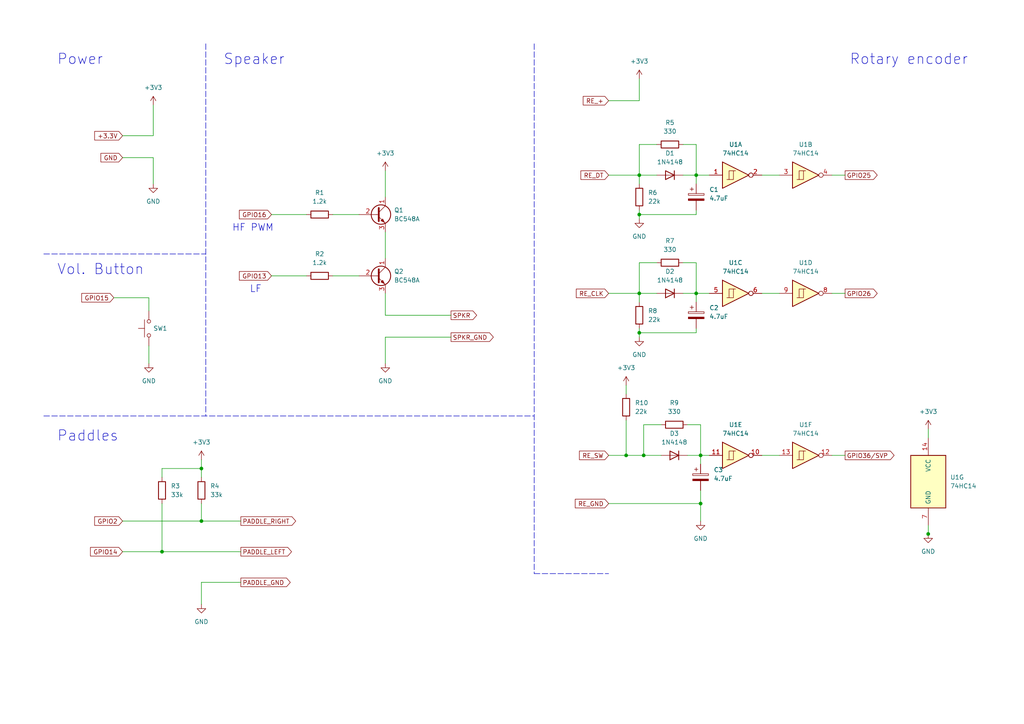
<source format=kicad_sch>
(kicad_sch (version 20211123) (generator eeschema)
  (paper "A4")
  (title_block (title "Externe Beschaltung des Mini-Morserinos") (date "2023-03-11") (rev "1.1") (comment 1 "Rotary Encoder (KY-040) Debounce Circuit Tutorial (ForceTronics)") (comment 2 "Debouncing nach https://www.youtube.com/watch?v=iwyARHUbvNI") (comment 3 "Dirk Baechle (dl9obn@darc.de)"))
  (lib_symbols
    (symbol "74xx:74HC14" (pin_names (offset 1.016))
      (property "Reference" "U" (at 0 1.27 0))
      (property "Value" "74HC14" (at 0 -1.27 0))
      (symbol "74HC14_1_0"
        (polyline (pts (xy -3.81 3.81) (xy -3.81 -3.81) (xy 3.81 0) (xy -3.81 3.81)) (stroke (width 0.254)) (fill (type background)))
        (pin input line (at -7.62 0 0) (length 3.81) (name "~") (number "1"))
        (pin output inverted (at 7.62 0 180) (length 3.81) (name "~") (number "2"))
      )
      (symbol "74HC14_1_1"
        (polyline (pts (xy -1.905 -1.27) (xy -1.905 1.27) (xy -0.635 1.27)))
        (polyline (pts (xy -2.54 -1.27) (xy -0.635 -1.27) (xy -0.635 1.27) (xy 0 1.27)))
      )
      (symbol "74HC14_2_0"
        (polyline (pts (xy -3.81 3.81) (xy -3.81 -3.81) (xy 3.81 0) (xy -3.81 3.81)) (stroke (width 0.254)) (fill (type background)))
        (pin input line (at -7.62 0 0) (length 3.81) (name "~") (number "3"))
        (pin output inverted (at 7.62 0 180) (length 3.81) (name "~") (number "4"))
      )
      (symbol "74HC14_2_1"
        (polyline (pts (xy -1.905 -1.27) (xy -1.905 1.27) (xy -0.635 1.27)))
        (polyline (pts (xy -2.54 -1.27) (xy -0.635 -1.27) (xy -0.635 1.27) (xy 0 1.27)))
      )
      (symbol "74HC14_3_0"
        (polyline (pts (xy -3.81 3.81) (xy -3.81 -3.81) (xy 3.81 0) (xy -3.81 3.81)) (stroke (width 0.254)) (fill (type background)))
        (pin input line (at -7.62 0 0) (length 3.81) (name "~") (number "5"))
        (pin output inverted (at 7.62 0 180) (length 3.81) (name "~") (number "6"))
      )
      (symbol "74HC14_3_1"
        (polyline (pts (xy -1.905 -1.27) (xy -1.905 1.27) (xy -0.635 1.27)))
        (polyline (pts (xy -2.54 -1.27) (xy -0.635 -1.27) (xy -0.635 1.27) (xy 0 1.27)))
      )
      (symbol "74HC14_4_0"
        (polyline (pts (xy -3.81 3.81) (xy -3.81 -3.81) (xy 3.81 0) (xy -3.81 3.81)) (stroke (width 0.254)) (fill (type background)))
        (pin output inverted (at 7.62 0 180) (length 3.81) (name "~") (number "8"))
        (pin input line (at -7.62 0 0) (length 3.81) (name "~") (number "9"))
      )
      (symbol "74HC14_4_1"
        (polyline (pts (xy -1.905 -1.27) (xy -1.905 1.27) (xy -0.635 1.27)))
        (polyline (pts (xy -2.54 -1.27) (xy -0.635 -1.27) (xy -0.635 1.27) (xy 0 1.27)))
      )
      (symbol "74HC14_5_0"
        (polyline (pts (xy -3.81 3.81) (xy -3.81 -3.81) (xy 3.81 0) (xy -3.81 3.81)) (stroke (width 0.254)) (fill (type background)))
        (pin output inverted (at 7.62 0 180) (length 3.81) (name "~") (number "10"))
        (pin input line (at -7.62 0 0) (length 3.81) (name "~") (number "11"))
      )
      (symbol "74HC14_5_1"
        (polyline (pts (xy -1.905 -1.27) (xy -1.905 1.27) (xy -0.635 1.27)))
        (polyline (pts (xy -2.54 -1.27) (xy -0.635 -1.27) (xy -0.635 1.27) (xy 0 1.27)))
      )
      (symbol "74HC14_6_0"
        (polyline (pts (xy -3.81 3.81) (xy -3.81 -3.81) (xy 3.81 0) (xy -3.81 3.81)) (stroke (width 0.254)) (fill (type background)))
        (pin output inverted (at 7.62 0 180) (length 3.81) (name "~") (number "12"))
        (pin input line (at -7.62 0 0) (length 3.81) (name "~") (number "13"))
      )
      (symbol "74HC14_6_1"
        (polyline (pts (xy -1.905 -1.27) (xy -1.905 1.27) (xy -0.635 1.27)))
        (polyline (pts (xy -2.54 -1.27) (xy -0.635 -1.27) (xy -0.635 1.27) (xy 0 1.27)))
      )
      (symbol "74HC14_7_0"
        (pin power_in line (at 0 12.7 270) (length 5.08) (name "VCC") (number "14"))
        (pin power_in line (at 0 -12.7 90) (length 5.08) (name "GND") (number "7"))
      )
      (symbol "74HC14_7_1"
        (rectangle (start -5.08 7.62) (end 5.08 -7.62) (stroke (width 0.254)) (fill (type background)))
      )
    )
    (symbol "Device:C_Polarized" (pin_numbers hide) (pin_names (offset 0.254))
      (property "Reference" "C" (at 0.635 2.54 0))
      (property "Value" "C_Polarized" (at 0.635 -2.54 0))
      (symbol "C_Polarized_0_1"
        (rectangle (start -2.286 0.508) (end 2.286 1.016))
        (polyline (pts (xy -1.778 2.286) (xy -0.762 2.286)))
        (polyline (pts (xy -1.27 2.794) (xy -1.27 1.778)))
        (rectangle (start 2.286 -0.508) (end -2.286 -1.016) (fill (type outline)))
      )
      (symbol "C_Polarized_1_1"
        (pin passive line (at 0 3.81 270) (length 2.794) (name "~") (number "1"))
        (pin passive line (at 0 -3.81 90) (length 2.794) (name "~") (number "2"))
      )
    )
    (symbol "Device:R" (pin_numbers hide) (pin_names (offset 0))
      (property "Reference" "R" (at 2.032 0 90))
      (property "Value" "R" (at 0 0 90))
      (symbol "R_0_1"
        (rectangle (start -1.016 -2.54) (end 1.016 2.54) (stroke (width 0.254)))
      )
      (symbol "R_1_1"
        (pin passive line (at 0 3.81 270) (length 1.27) (name "~") (number "1"))
        (pin passive line (at 0 -3.81 90) (length 1.27) (name "~") (number "2"))
      )
    )
    (symbol "Diode:1N4148" (pin_numbers hide) (pin_names (offset 1.016) hide)
      (property "Reference" "D" (at 0 2.54 0))
      (property "Value" "1N4148" (at 0 -2.54 0))
      (symbol "1N4148_0_1"
        (polyline (pts (xy -1.27 1.27) (xy -1.27 -1.27)) (stroke (width 0.254)))
        (polyline (pts (xy 1.27 0) (xy -1.27 0)))
        (polyline (pts (xy 1.27 1.27) (xy 1.27 -1.27) (xy -1.27 0) (xy 1.27 1.27)) (stroke (width 0.254)))
      )
      (symbol "1N4148_1_1"
        (pin passive line (at -3.81 0 0) (length 2.54) (name "K") (number "1"))
        (pin passive line (at 3.81 0 180) (length 2.54) (name "A") (number "2"))
      )
    )
    (symbol "Switch:SW_Push" (pin_numbers hide) (pin_names (offset 1.016) hide)
      (property "Reference" "SW" (at 1.27 2.54 0))
      (property "Value" "SW_Push" (at 0 -1.524 0))
      (symbol "SW_Push_0_1"
        (circle (center -2.032 0) (radius 0.508))
        (polyline (pts (xy 0 1.27) (xy 0 3.048)))
        (polyline (pts (xy 2.54 1.27) (xy -2.54 1.27)))
        (circle (center 2.032 0) (radius 0.508))
        (pin passive line (at -5.08 0 0) (length 2.54) (name "1") (number "1"))
        (pin passive line (at 5.08 0 180) (length 2.54) (name "2") (number "2"))
      )
    )
    (symbol "Transistor_BJT:BC548" (pin_names (offset 0) hide)
      (property "Reference" "Q" (at 5.08 1.905 0))
      (property "Value" "BC548" (at 5.08 0 0))
      (symbol "BC548_0_1"
        (polyline (pts (xy 0 0) (xy 0.635 0)))
        (polyline (pts (xy 0.635 0.635) (xy 2.54 2.54)))
        (polyline (pts (xy 0.635 -0.635) (xy 2.54 -2.54) (xy 2.54 -2.54)))
        (polyline (pts (xy 0.635 1.905) (xy 0.635 -1.905) (xy 0.635 -1.905)) (stroke (width 0.508)))
        (polyline (pts (xy 1.27 -1.778) (xy 1.778 -1.27) (xy 2.286 -2.286) (xy 1.27 -1.778) (xy 1.27 -1.778)) (fill (type outline)))
        (circle (center 1.27 0) (radius 2.8194) (stroke (width 0.254)))
      )
      (symbol "BC548_1_1"
        (pin passive line (at 2.54 5.08 270) (length 2.54) (name "C") (number "1"))
        (pin input line (at -5.08 0 0) (length 5.08) (name "B") (number "2"))
        (pin passive line (at 2.54 -5.08 90) (length 2.54) (name "E") (number "3"))
      )
    )
    (symbol "power:+3.3V" (power) (pin_names (offset 0))
      (property "Value" "+3.3V" (at 0 3.556 0))
      (symbol "+3.3V_0_1"
        (polyline (pts (xy -0.762 1.27) (xy 0 2.54)))
        (polyline (pts (xy 0 0) (xy 0 2.54)))
        (polyline (pts (xy 0 2.54) (xy 0.762 1.27)))
      )
      (symbol "+3.3V_1_1"
        (pin power_in line (at 0 0 90) (length 0) hide (name "+3V3") (number "1"))
      )
    )
    (symbol "power:GND" (power) (pin_names (offset 0))
      (property "Value" "GND" (at 0 -3.81 0))
      (symbol "GND_0_1"
        (polyline (pts (xy 0 0) (xy 0 -1.27) (xy 1.27 -1.27) (xy 0 -2.54) (xy -1.27 -1.27) (xy 0 -1.27)))
      )
      (symbol "GND_1_1"
        (pin power_in line (at 0 0 270) (length 0) hide (name "GND") (number "1"))
      )
    )
  )
  (junction (at 185.42 85.09))
  (junction (at 201.93 85.09))
  (junction (at 185.42 50.8))
  (junction (at 186.69 132.08))
  (junction (at 58.42 135.89))
  (junction (at 185.42 96.52))
  (junction (at 203.2 146.05))
  (junction (at 185.42 62.23))
  (junction (at 203.2 132.08))
  (junction (at 58.42 151.13))
  (junction (at 181.61 132.08))
  (junction (at 201.93 50.8))
  (junction (at 269.2162 154.8725))
  (junction (at 46.99 160.02))
  (wire (pts (xy 181.61 121.92) (xy 181.61 132.08)))
  (wire (pts (xy 96.52 80.01) (xy 104.14 80.01)))
  (wire (pts (xy 198.12 50.8) (xy 201.93 50.8)))
  (polyline (pts (xy 154.94 12.7) (xy 154.94 166.37)))
  (wire (pts (xy 111.76 67.31) (xy 111.76 74.93)))
  (wire (pts (xy 220.98 132.08) (xy 226.06 132.08)))
  (wire (pts (xy 176.53 50.8) (xy 185.42 50.8)))
  (wire (pts (xy 43.18 100.33) (xy 43.18 105.41)))
  (wire (pts (xy 111.76 85.09) (xy 111.76 91.44)))
  (wire (pts (xy 199.39 132.08) (xy 203.2 132.08)))
  (wire (pts (xy 186.69 123.19) (xy 186.69 132.08)))
  (wire (pts (xy 58.42 133.35) (xy 58.42 135.89)))
  (wire (pts (xy 46.99 146.05) (xy 46.99 160.02)))
  (wire (pts (xy 43.18 86.36) (xy 43.18 90.17)))
  (wire (pts (xy 185.42 87.63) (xy 185.42 85.09)))
  (wire (pts (xy 58.42 146.05) (xy 58.42 151.13)))
  (wire (pts (xy 96.52 62.23) (xy 104.14 62.23)))
  (wire (pts (xy 220.98 85.09) (xy 226.06 85.09)))
  (wire (pts (xy 111.76 91.44) (xy 130.81 91.44)))
  (wire (pts (xy 46.99 160.02) (xy 69.85 160.02)))
  (wire (pts (xy 58.42 135.89) (xy 58.42 138.43)))
  (wire (pts (xy 203.2 123.19) (xy 199.39 123.19)))
  (wire (pts (xy 241.3 50.8) (xy 245.11 50.8)))
  (wire (pts (xy 185.42 62.23) (xy 185.42 63.5)))
  (wire (pts (xy 220.98 50.8) (xy 226.06 50.8)))
  (wire (pts (xy 241.3 85.09) (xy 245.11 85.09)))
  (polyline (pts (xy 12.7 73.66) (xy 59.69 73.66)))
  (wire (pts (xy 201.93 96.52) (xy 185.42 96.52)))
  (wire (pts (xy 185.42 29.21) (xy 176.53 29.21)))
  (wire (pts (xy 176.53 146.05) (xy 203.2 146.05)))
  (wire (pts (xy 190.5 76.2) (xy 185.42 76.2)))
  (wire (pts (xy 185.42 85.09) (xy 190.5 85.09)))
  (wire (pts (xy 201.93 41.91) (xy 201.93 50.8)))
  (wire (pts (xy 181.61 132.08) (xy 186.69 132.08)))
  (wire (pts (xy 203.2 132.08) (xy 203.2 123.19)))
  (wire (pts (xy 176.53 132.08) (xy 181.61 132.08)))
  (wire (pts (xy 201.93 50.8) (xy 205.74 50.8)))
  (wire (pts (xy 181.61 111.76) (xy 181.61 114.3)))
  (wire (pts (xy 201.93 95.25) (xy 201.93 96.52)))
  (polyline (pts (xy 154.94 166.37) (xy 176.53 166.37)))
  (wire (pts (xy 176.53 85.09) (xy 185.42 85.09)))
  (wire (pts (xy 191.77 123.19) (xy 186.69 123.19)))
  (wire (pts (xy 203.2 132.08) (xy 203.2 134.62)))
  (wire (pts (xy 201.93 62.23) (xy 185.42 62.23)))
  (wire (pts (xy 201.93 60.96) (xy 201.93 62.23)))
  (wire (pts (xy 201.93 85.09) (xy 201.93 87.63)))
  (wire (pts (xy 186.69 132.08) (xy 191.77 132.08)))
  (wire (pts (xy 46.99 138.43) (xy 46.99 135.89)))
  (wire (pts (xy 269.24 152.4) (xy 269.24 154.94)))
  (wire (pts (xy 185.42 60.96) (xy 185.42 62.23)))
  (wire (pts (xy 185.42 22.86) (xy 185.42 29.21)))
  (wire (pts (xy 69.85 168.91) (xy 58.42 168.91)))
  (wire (pts (xy 201.93 85.09) (xy 205.74 85.09)))
  (wire (pts (xy 33.02 86.36) (xy 43.18 86.36)))
  (wire (pts (xy 111.76 105.41) (xy 111.76 97.79)))
  (wire (pts (xy 241.3 132.08) (xy 245.11 132.08)))
  (wire (pts (xy 203.2 142.24) (xy 203.2 146.05)))
  (wire (pts (xy 203.2 146.05) (xy 203.2 151.13)))
  (wire (pts (xy 44.45 39.37) (xy 35.56 39.37)))
  (wire (pts (xy 201.93 85.09) (xy 201.93 76.2)))
  (wire (pts (xy 46.99 135.89) (xy 58.42 135.89)))
  (wire (pts (xy 201.93 76.2) (xy 198.12 76.2)))
  (wire (pts (xy 198.12 85.09) (xy 201.93 85.09)))
  (wire (pts (xy 58.42 151.13) (xy 69.85 151.13)))
  (wire (pts (xy 185.42 95.25) (xy 185.42 96.52)))
  (wire (pts (xy 111.76 49.53) (xy 111.76 57.15)))
  (polyline (pts (xy 59.69 12.7) (xy 59.69 120.65)))
  (wire (pts (xy 111.76 97.79) (xy 130.81 97.79)))
  (polyline (pts (xy 12.7 120.65) (xy 154.94 120.65)))
  (wire (pts (xy 198.12 41.91) (xy 201.93 41.91)))
  (wire (pts (xy 201.93 50.8) (xy 201.93 53.34)))
  (wire (pts (xy 185.42 96.52) (xy 185.42 97.79)))
  (wire (pts (xy 185.42 50.8) (xy 185.42 41.91)))
  (wire (pts (xy 78.74 62.23) (xy 88.9 62.23)))
  (wire (pts (xy 35.56 160.02) (xy 46.99 160.02)))
  (wire (pts (xy 269.24 124.46) (xy 269.24 127)))
  (wire (pts (xy 185.42 50.8) (xy 190.5 50.8)))
  (wire (pts (xy 35.56 151.13) (xy 58.42 151.13)))
  (wire (pts (xy 44.45 45.72) (xy 35.56 45.72)))
  (wire (pts (xy 44.45 53.34) (xy 44.45 45.72)))
  (wire (pts (xy 185.42 41.91) (xy 190.5 41.91)))
  (wire (pts (xy 58.42 168.91) (xy 58.42 175.26)))
  (wire (pts (xy 185.42 53.34) (xy 185.42 50.8)))
  (wire (pts (xy 44.45 30.48) (xy 44.45 39.37)))
  (wire (pts (xy 78.74 80.01) (xy 88.9 80.01)))
  (wire (pts (xy 203.2 132.08) (xy 205.74 132.08)))
  (wire (pts (xy 185.42 76.2) (xy 185.42 85.09)))
  (text "Speaker" (at 64.77 19.05 0) (effects (font (size 3 3)) (justify left bottom)))
  (text "Rotary encoder" (at 246.38 19.05 0) (effects (font (size 3 3)) (justify left bottom)))
  (text "LF" (at 72.39 85.09 0) (effects (font (size 2 2)) (justify left bottom)))
  (text "HF PWM" (at 67.31 67.31 0) (effects (font (size 2 2)) (justify left bottom)))
  (text "Power" (at 16.51 19.05 0) (effects (font (size 3 3)) (justify left bottom)))
  (text "Vol. Button" (at 16.51 80.01 0) (effects (font (size 3 3)) (justify left bottom)))
  (text "Paddles" (at 16.51 128.27 0) (effects (font (size 3 3)) (justify left bottom)))
  (global_label "RE_CLK" (shape input) (at 176.53 85.09 180) (property "Intersheet References" "${INTERSHEET_REFS}" (effects hide)))
  (global_label "RE_GND" (shape input) (at 176.53 146.05 180) (property "Intersheet References" "${INTERSHEET_REFS}" (effects hide)))
  (global_label "PADDLE_RIGHT" (shape output) (at 69.85 151.13 0) (property "Intersheet References" "${INTERSHEET_REFS}" (effects hide)))
  (global_label "SPKR_GND" (shape output) (at 130.81 97.79 0) (property "Intersheet References" "${INTERSHEET_REFS}" (effects hide)))
  (global_label "PADDLE_LEFT" (shape output) (at 69.85 160.02 0) (property "Intersheet References" "${INTERSHEET_REFS}" (effects hide)))
  (global_label "GPIO16" (shape input) (at 78.74 62.23 180) (property "Intersheet References" "${INTERSHEET_REFS}" (effects hide)))
  (global_label "PADDLE_GND" (shape output) (at 69.85 168.91 0) (property "Intersheet References" "${INTERSHEET_REFS}" (effects hide)))
  (global_label "GPIO14" (shape input) (at 35.56 160.02 180) (property "Intersheet References" "${INTERSHEET_REFS}" (effects hide)))
  (global_label "GPIO26" (shape output) (at 245.11 85.09 0) (property "Intersheet References" "${INTERSHEET_REFS}" (effects hide)))
  (global_label "RE_SW" (shape input) (at 176.53 132.08 180) (property "Intersheet References" "${INTERSHEET_REFS}" (effects hide)))
  (global_label "GPIO25" (shape output) (at 245.11 50.8 0) (property "Intersheet References" "${INTERSHEET_REFS}" (effects hide)))
  (global_label "+3.3V" (shape input) (at 35.56 39.37 180) (property "Intersheet References" "${INTERSHEET_REFS}" (effects hide)))
  (global_label "SPKR" (shape output) (at 130.81 91.44 0) (property "Intersheet References" "${INTERSHEET_REFS}" (effects hide)))
  (global_label "RE_DT" (shape input) (at 176.53 50.8 180) (property "Intersheet References" "${INTERSHEET_REFS}" (effects hide)))
  (global_label "GPIO13" (shape input) (at 78.74 80.01 180) (property "Intersheet References" "${INTERSHEET_REFS}" (effects hide)))
  (global_label "GPIO2" (shape input) (at 35.56 151.13 180) (property "Intersheet References" "${INTERSHEET_REFS}" (effects hide)))
  (global_label "GPIO36{slash}SVP" (shape output) (at 245.11 132.08 0) (property "Intersheet References" "${INTERSHEET_REFS}" (effects hide)))
  (global_label "RE_+" (shape input) (at 176.53 29.21 180) (property "Intersheet References" "${INTERSHEET_REFS}" (effects hide)))
  (global_label "GPIO15" (shape input) (at 33.02 86.36 180) (property "Intersheet References" "${INTERSHEET_REFS}" (effects hide)))
  (global_label "GND" (shape input) (at 35.56 45.72 180) (property "Intersheet References" "${INTERSHEET_REFS}" (effects hide)))
  (symbol (lib_id "Diode:1N4148") (at 194.31 85.09 180) (unit 1)
    (property "Reference" "D2" (at 194.31 78.74 0))
    (property "Value" "1N4148" (at 194.31 81.28 0))
    (property "Footprint" "Diode_THT:D_DO-35_SOD27_P7.62mm_Horizontal" (effects hide))
    (property "Datasheet" "https://assets.nexperia.com/documents/data-sheet/1N4148_1N4448.pdf" (effects hide))
  )
  (symbol (lib_id "power:GND") (at 269.2162 154.8725 0) (unit 1)
    (property "Reference" "#PWR?" (effects hide))
    (property "Value" "GND" (at 269.2162 159.9525 0))
  )
  (symbol (lib_id "power:GND") (at 43.18 105.41 0) (unit 1)
    (property "Reference" "#PWR?" (effects hide))
    (property "Value" "GND" (at 43.18 110.49 0))
  )
  (symbol (lib_id "74xx:74HC14") (at 233.68 50.8 0) (unit 2)
    (property "Reference" "U1" (at 233.68 41.91 0))
    (property "Value" "74HC14" (at 233.68 44.45 0))
    (property "Datasheet" "http://www.ti.com/lit/gpn/sn74HC14" (effects hide))
  )
  (symbol (lib_id "Device:R") (at 195.58 123.19 90) (unit 1)
    (property "Reference" "R9" (at 195.58 116.84 90))
    (property "Value" "330" (at 195.58 119.38 90))
  )
  (symbol (lib_id "power:GND") (at 58.42 175.26 0) (unit 1)
    (property "Reference" "#PWR?" (effects hide))
    (property "Value" "GND" (at 58.42 180.34 0))
  )
  (symbol (lib_id "Device:R") (at 185.42 91.44 0) (unit 1)
    (property "Reference" "R8" (at 187.96 90.1699 0) (effects (justify left)))
    (property "Value" "22k" (at 187.96 92.7099 0) (effects (justify left)))
  )
  (symbol (lib_id "Device:C_Polarized") (at 203.2 138.43 0) (unit 1)
    (property "Reference" "C3" (at 207.01 136.2709 0) (effects (justify left)))
    (property "Value" "4.7uF" (at 207.01 138.8109 0) (effects (justify left)))
  )
  (symbol (lib_id "power:+3.3V") (at 181.61 111.76 0) (unit 1)
    (property "Reference" "#PWR?" (effects hide))
    (property "Value" "+3.3V" (at 181.61 106.68 0))
  )
  (symbol (lib_id "74xx:74HC14") (at 213.36 50.8 0) (unit 1)
    (property "Reference" "U1" (at 213.36 41.91 0))
    (property "Value" "74HC14" (at 213.36 44.45 0))
    (property "Datasheet" "http://www.ti.com/lit/gpn/sn74HC14" (effects hide))
  )
  (symbol (lib_id "74xx:74HC14") (at 269.24 139.7 0) (unit 7)
    (property "Reference" "U1" (at 275.59 138.4299 0) (effects (justify left)))
    (property "Value" "74HC14" (at 275.59 140.9699 0) (effects (justify left)))
    (property "Datasheet" "http://www.ti.com/lit/gpn/sn74HC14" (effects hide))
  )
  (symbol (lib_id "power:+3.3V") (at 111.76 49.53 0) (unit 1)
    (property "Reference" "#PWR?" (effects hide))
    (property "Value" "+3.3V" (at 111.76 44.45 0))
  )
  (symbol (lib_id "power:+3.3V") (at 58.42 133.35 0) (unit 1)
    (property "Reference" "#PWR?" (effects hide))
    (property "Value" "+3.3V" (at 58.42 128.27 0))
  )
  (symbol (lib_id "74xx:74HC14") (at 213.36 132.08 0) (unit 5)
    (property "Reference" "U1" (at 213.36 123.19 0))
    (property "Value" "74HC14" (at 213.36 125.73 0))
    (property "Datasheet" "http://www.ti.com/lit/gpn/sn74HC14" (effects hide))
  )
  (symbol (lib_id "Device:R") (at 185.42 57.15 0) (unit 1)
    (property "Reference" "R6" (at 187.96 55.8799 0) (effects (justify left)))
    (property "Value" "22k" (at 187.96 58.4199 0) (effects (justify left)))
  )
  (symbol (lib_id "Device:R") (at 92.71 80.01 90) (unit 1)
    (property "Reference" "R2" (at 92.71 73.66 90))
    (property "Value" "1.2k" (at 92.71 76.2 90))
  )
  (symbol (lib_id "power:GND") (at 111.76 105.41 0) (unit 1)
    (property "Reference" "#PWR?" (effects hide))
    (property "Value" "GND" (at 111.76 110.49 0))
  )
  (symbol (lib_id "power:GND") (at 185.42 63.5 0) (unit 1)
    (property "Reference" "#PWR?" (effects hide))
    (property "Value" "GND" (at 185.42 68.58 0))
  )
  (symbol (lib_id "Device:R") (at 194.31 41.91 90) (unit 1)
    (property "Reference" "R5" (at 194.31 35.56 90))
    (property "Value" "330" (at 194.31 38.1 90))
  )
  (symbol (lib_id "74xx:74HC14") (at 233.68 132.08 0) (unit 6)
    (property "Reference" "U1" (at 233.68 123.19 0))
    (property "Value" "74HC14" (at 233.68 125.73 0))
    (property "Datasheet" "http://www.ti.com/lit/gpn/sn74HC14" (effects hide))
  )
  (symbol (lib_id "Transistor_BJT:BC548") (at 109.22 62.23 0) (unit 1)
    (property "Reference" "Q1" (at 114.3 60.9599 0) (effects (justify left)))
    (property "Value" "BC548A" (at 114.3 63.4999 0) (effects (justify left)))
    (property "Footprint" "Package_TO_SOT_THT:TO-92_Inline" (effects hide))
    (property "Datasheet" "https://www.onsemi.com/pub/Collateral/BC550-D.pdf" (effects hide))
  )
  (symbol (lib_id "74xx:74HC14") (at 233.68 85.09 0) (unit 4)
    (property "Reference" "U1" (at 233.68 76.2 0))
    (property "Value" "74HC14" (at 233.68 78.74 0))
    (property "Datasheet" "http://www.ti.com/lit/gpn/sn74HC14" (effects hide))
  )
  (symbol (lib_id "power:+3.3V") (at 269.24 124.46 0) (unit 1)
    (property "Reference" "#PWR?" (effects hide))
    (property "Value" "+3.3V" (at 269.24 119.38 0))
  )
  (symbol (lib_id "power:+3.3V") (at 185.42 22.86 0) (unit 1)
    (property "Reference" "#PWR?" (effects hide))
    (property "Value" "+3.3V" (at 185.42 17.78 0))
  )
  (symbol (lib_id "Device:R") (at 46.99 142.24 0) (unit 1)
    (property "Reference" "R3" (at 49.53 140.9699 0) (effects (justify left)))
    (property "Value" "33k" (at 49.53 143.5099 0) (effects (justify left)))
  )
  (symbol (lib_id "74xx:74HC14") (at 213.36 85.09 0) (unit 3)
    (property "Reference" "U1" (at 213.36 76.2 0))
    (property "Value" "74HC14" (at 213.36 78.74 0))
    (property "Datasheet" "http://www.ti.com/lit/gpn/sn74HC14" (effects hide))
  )
  (symbol (lib_id "Device:C_Polarized") (at 201.93 57.15 0) (unit 1)
    (property "Reference" "C1" (at 205.74 54.9909 0) (effects (justify left)))
    (property "Value" "4.7uF" (at 205.74 57.5309 0) (effects (justify left)))
  )
  (symbol (lib_id "Diode:1N4148") (at 194.31 50.8 180) (unit 1)
    (property "Reference" "D1" (at 194.31 44.45 0))
    (property "Value" "1N4148" (at 194.31 46.99 0))
    (property "Footprint" "Diode_THT:D_DO-35_SOD27_P7.62mm_Horizontal" (effects hide))
    (property "Datasheet" "https://assets.nexperia.com/documents/data-sheet/1N4148_1N4448.pdf" (effects hide))
  )
  (symbol (lib_id "power:GND") (at 185.42 97.79 0) (unit 1)
    (property "Reference" "#PWR?" (effects hide))
    (property "Value" "GND" (at 185.42 102.87 0))
  )
  (symbol (lib_id "power:+3.3V") (at 44.45 30.48 0) (unit 1)
    (property "Reference" "#PWR?" (effects hide))
    (property "Value" "+3.3V" (at 44.45 25.4 0))
  )
  (symbol (lib_id "Device:R") (at 58.42 142.24 0) (unit 1)
    (property "Reference" "R4" (at 60.96 140.9699 0) (effects (justify left)))
    (property "Value" "33k" (at 60.96 143.5099 0) (effects (justify left)))
  )
  (symbol (lib_id "Switch:SW_Push") (at 43.18 95.25 90) (unit 1)
    (property "Reference" "SW1" (at 44.45 95.2499 90) (effects (justify right)))
    (property "Value" "SW_Push" (effects hide))
  )
  (symbol (lib_id "power:GND") (at 203.2 151.13 0) (unit 1)
    (property "Reference" "#PWR?" (effects hide))
    (property "Value" "GND" (at 203.2 156.21 0))
  )
  (symbol (lib_id "power:GND") (at 44.45 53.34 0) (unit 1)
    (property "Reference" "#PWR?" (effects hide))
    (property "Value" "GND" (at 44.45 58.42 0))
  )
  (symbol (lib_id "Device:R") (at 181.61 118.11 0) (unit 1)
    (property "Reference" "R10" (at 184.15 116.8399 0) (effects (justify left)))
    (property "Value" "22k" (at 184.15 119.3799 0) (effects (justify left)))
  )
  (symbol (lib_id "Diode:1N4148") (at 195.58 132.08 180) (unit 1)
    (property "Reference" "D3" (at 195.58 125.73 0))
    (property "Value" "1N4148" (at 195.58 128.27 0))
    (property "Footprint" "Diode_THT:D_DO-35_SOD27_P7.62mm_Horizontal" (effects hide))
    (property "Datasheet" "https://assets.nexperia.com/documents/data-sheet/1N4148_1N4448.pdf" (effects hide))
  )
  (symbol (lib_id "Transistor_BJT:BC548") (at 109.22 80.01 0) (unit 1)
    (property "Reference" "Q2" (at 114.3 78.7399 0) (effects (justify left)))
    (property "Value" "BC548A" (at 114.3 81.2799 0) (effects (justify left)))
    (property "Footprint" "Package_TO_SOT_THT:TO-92_Inline" (effects hide))
    (property "Datasheet" "https://www.onsemi.com/pub/Collateral/BC550-D.pdf" (effects hide))
  )
  (symbol (lib_id "Device:C_Polarized") (at 201.93 91.44 0) (unit 1)
    (property "Reference" "C2" (at 205.74 89.2809 0) (effects (justify left)))
    (property "Value" "4.7uF" (at 205.74 91.8209 0) (effects (justify left)))
  )
  (symbol (lib_id "Device:R") (at 92.71 62.23 90) (unit 1)
    (property "Reference" "R1" (at 92.71 55.88 90))
    (property "Value" "1.2k" (at 92.71 58.42 90))
  )
  (symbol (lib_id "Device:R") (at 194.31 76.2 90) (unit 1)
    (property "Reference" "R7" (at 194.31 69.85 90))
    (property "Value" "330" (at 194.31 72.39 90))
  )
)
</source>
